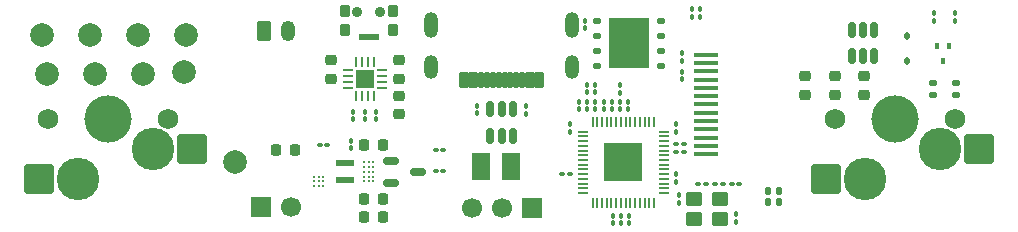
<source format=gbr>
%TF.GenerationSoftware,KiCad,Pcbnew,9.0.3*%
%TF.CreationDate,2025-07-16T18:33:31-04:00*%
%TF.ProjectId,board,626f6172-642e-46b6-9963-61645f706362,rev?*%
%TF.SameCoordinates,Original*%
%TF.FileFunction,Soldermask,Bot*%
%TF.FilePolarity,Negative*%
%FSLAX46Y46*%
G04 Gerber Fmt 4.6, Leading zero omitted, Abs format (unit mm)*
G04 Created by KiCad (PCBNEW 9.0.3) date 2025-07-16 18:33:31*
%MOMM*%
%LPD*%
G01*
G04 APERTURE LIST*
G04 Aperture macros list*
%AMRoundRect*
0 Rectangle with rounded corners*
0 $1 Rounding radius*
0 $2 $3 $4 $5 $6 $7 $8 $9 X,Y pos of 4 corners*
0 Add a 4 corners polygon primitive as box body*
4,1,4,$2,$3,$4,$5,$6,$7,$8,$9,$2,$3,0*
0 Add four circle primitives for the rounded corners*
1,1,$1+$1,$2,$3*
1,1,$1+$1,$4,$5*
1,1,$1+$1,$6,$7*
1,1,$1+$1,$8,$9*
0 Add four rect primitives between the rounded corners*
20,1,$1+$1,$2,$3,$4,$5,0*
20,1,$1+$1,$4,$5,$6,$7,0*
20,1,$1+$1,$6,$7,$8,$9,0*
20,1,$1+$1,$8,$9,$2,$3,0*%
G04 Aperture macros list end*
%ADD10C,0.000000*%
%ADD11RoundRect,0.100000X0.100000X-0.130000X0.100000X0.130000X-0.100000X0.130000X-0.100000X-0.130000X0*%
%ADD12RoundRect,0.225000X0.250000X-0.225000X0.250000X0.225000X-0.250000X0.225000X-0.250000X-0.225000X0*%
%ADD13C,2.000000*%
%ADD14RoundRect,0.100000X-0.100000X0.130000X-0.100000X-0.130000X0.100000X-0.130000X0.100000X0.130000X0*%
%ADD15RoundRect,0.225000X-0.250000X0.225000X-0.250000X-0.225000X0.250000X-0.225000X0.250000X0.225000X0*%
%ADD16R,1.600000X1.600000*%
%ADD17RoundRect,0.062500X-0.062500X-0.375000X0.062500X-0.375000X0.062500X0.375000X-0.062500X0.375000X0*%
%ADD18RoundRect,0.062500X-0.375000X-0.062500X0.375000X-0.062500X0.375000X0.062500X-0.375000X0.062500X0*%
%ADD19RoundRect,0.250000X-0.350000X-0.625000X0.350000X-0.625000X0.350000X0.625000X-0.350000X0.625000X0*%
%ADD20O,1.200000X1.750000*%
%ADD21RoundRect,0.112500X-0.112500X0.187500X-0.112500X-0.187500X0.112500X-0.187500X0.112500X0.187500X0*%
%ADD22RoundRect,0.225000X-0.225000X-0.250000X0.225000X-0.250000X0.225000X0.250000X-0.225000X0.250000X0*%
%ADD23RoundRect,0.150000X-0.512500X-0.150000X0.512500X-0.150000X0.512500X0.150000X-0.512500X0.150000X0*%
%ADD24C,0.210000*%
%ADD25RoundRect,0.137500X-0.662500X0.137500X-0.662500X-0.137500X0.662500X-0.137500X0.662500X0.137500X0*%
%ADD26RoundRect,0.250000X0.450000X0.350000X-0.450000X0.350000X-0.450000X-0.350000X0.450000X-0.350000X0*%
%ADD27RoundRect,0.100000X-0.130000X-0.100000X0.130000X-0.100000X0.130000X0.100000X-0.130000X0.100000X0*%
%ADD28R,2.000000X0.350000*%
%ADD29R,3.200000X3.200000*%
%ADD30RoundRect,0.050000X0.050000X0.387500X-0.050000X0.387500X-0.050000X-0.387500X0.050000X-0.387500X0*%
%ADD31RoundRect,0.050000X0.387500X0.050000X-0.387500X0.050000X-0.387500X-0.050000X0.387500X-0.050000X0*%
%ADD32RoundRect,0.100000X0.130000X0.100000X-0.130000X0.100000X-0.130000X-0.100000X0.130000X-0.100000X0*%
%ADD33R,1.700000X1.700000*%
%ADD34C,1.700000*%
%ADD35RoundRect,0.150000X0.150000X-0.512500X0.150000X0.512500X-0.150000X0.512500X-0.150000X-0.512500X0*%
%ADD36RoundRect,0.102000X-0.300000X-0.550000X0.300000X-0.550000X0.300000X0.550000X-0.300000X0.550000X0*%
%ADD37RoundRect,0.102000X-0.150000X-0.550000X0.150000X-0.550000X0.150000X0.550000X-0.150000X0.550000X0*%
%ADD38O,1.204000X2.004000*%
%ADD39O,1.204000X2.204000*%
%ADD40RoundRect,0.100000X0.100000X-0.155000X0.100000X0.155000X-0.100000X0.155000X-0.100000X-0.155000X0*%
%ADD41RoundRect,0.082500X-0.767500X-0.192500X0.767500X-0.192500X0.767500X0.192500X-0.767500X0.192500X0*%
%ADD42RoundRect,0.135000X-0.315000X-0.365000X0.315000X-0.365000X0.315000X0.365000X-0.315000X0.365000X0*%
%ADD43C,0.900000*%
%ADD44C,3.600000*%
%ADD45RoundRect,0.250000X1.025000X1.000000X-1.025000X1.000000X-1.025000X-1.000000X1.025000X-1.000000X0*%
%ADD46C,4.000000*%
%ADD47C,1.750000*%
%ADD48RoundRect,0.135000X-0.185000X0.135000X-0.185000X-0.135000X0.185000X-0.135000X0.185000X0.135000X0*%
%ADD49RoundRect,0.140000X-0.140000X-0.170000X0.140000X-0.170000X0.140000X0.170000X-0.140000X0.170000X0*%
%ADD50RoundRect,0.218750X-0.256250X0.218750X-0.256250X-0.218750X0.256250X-0.218750X0.256250X0.218750X0*%
%ADD51RoundRect,0.150000X-0.150000X0.512500X-0.150000X-0.512500X0.150000X-0.512500X0.150000X0.512500X0*%
%ADD52R,1.500000X1.000000*%
%ADD53RoundRect,0.225000X0.225000X0.250000X-0.225000X0.250000X-0.225000X-0.250000X0.225000X-0.250000X0*%
%ADD54C,0.270000*%
%ADD55RoundRect,0.125000X0.250000X0.125000X-0.250000X0.125000X-0.250000X-0.125000X0.250000X-0.125000X0*%
%ADD56R,3.400000X4.300000*%
G04 APERTURE END LIST*
D10*
%TO.C,JP2*%
G36*
X62000000Y-33900000D02*
G01*
X60500000Y-33900000D01*
X60500000Y-33600000D01*
X62000000Y-33600000D01*
X62000000Y-33900000D01*
G37*
%TO.C,JP1*%
G36*
X64550000Y-33900001D02*
G01*
X63050000Y-33900001D01*
X63050000Y-33600001D01*
X64550000Y-33600001D01*
X64550000Y-33900001D01*
G37*
%TD*%
D11*
%TO.C,C18*%
X52400000Y-29125000D03*
X52400000Y-29765000D03*
%TD*%
D12*
%TO.C,C21*%
X48575001Y-24774999D03*
X48575001Y-26324999D03*
%TD*%
%TO.C,C17*%
X54337501Y-29325004D03*
X54337501Y-27775004D03*
%TD*%
D11*
%TO.C,R10*%
X51437500Y-29769999D03*
X51437500Y-29129999D03*
%TD*%
D13*
%TO.C,TP5*%
X32600000Y-25900000D03*
%TD*%
%TO.C,TP2*%
X24500000Y-25900000D03*
%TD*%
D14*
%TO.C,R11*%
X50437502Y-29129999D03*
X50437502Y-29769999D03*
%TD*%
D13*
%TO.C,TP4*%
X36250000Y-22600000D03*
%TD*%
D15*
%TO.C,C20*%
X54337504Y-24774999D03*
X54337504Y-26324999D03*
%TD*%
D13*
%TO.C,TP3*%
X28150000Y-22600000D03*
%TD*%
D16*
%TO.C,U4*%
X51437500Y-26350000D03*
D17*
X50687500Y-27787500D03*
X51187500Y-27787500D03*
X51687500Y-27787500D03*
X52187500Y-27787500D03*
D18*
X52875000Y-27100000D03*
X52875000Y-26600000D03*
X52875000Y-26100000D03*
X52875000Y-25600000D03*
D17*
X52187500Y-24912500D03*
X51687500Y-24912500D03*
X51187500Y-24912500D03*
X50687500Y-24912500D03*
D18*
X50000000Y-25600000D03*
X50000000Y-26100000D03*
X50000000Y-26600000D03*
X50000000Y-27100000D03*
%TD*%
D19*
%TO.C,J2*%
X42900001Y-22250000D03*
D20*
X44900002Y-22250000D03*
%TD*%
D21*
%TO.C,D1*%
X97295001Y-24800000D03*
X97295001Y-22700000D03*
%TD*%
D13*
%TO.C,TP9*%
X40400000Y-33400000D03*
%TD*%
D22*
%TO.C,C29*%
X51387499Y-36500000D03*
X52937499Y-36500000D03*
%TD*%
%TO.C,C27*%
X51387500Y-31899999D03*
X52937500Y-31899999D03*
%TD*%
D23*
%TO.C,U5*%
X53662500Y-35149999D03*
X53662500Y-33250001D03*
X55937500Y-34200000D03*
%TD*%
D24*
%TO.C,U6*%
X52137501Y-33400000D03*
X51737501Y-33400001D03*
X51337501Y-33400000D03*
X52137501Y-33800000D03*
X51737501Y-33800000D03*
X51337501Y-33800000D03*
X52137501Y-34200000D03*
X51737501Y-34200000D03*
X51337501Y-34200000D03*
X52137501Y-34600000D03*
X51737501Y-34600000D03*
X51337501Y-34600000D03*
X52137501Y-35000000D03*
X51737501Y-34999999D03*
X51337501Y-35000000D03*
%TD*%
D22*
%TO.C,C30*%
X51387500Y-38000000D03*
X52937500Y-38000000D03*
%TD*%
D11*
%TO.C,C28*%
X50262500Y-32219999D03*
X50262500Y-31579999D03*
%TD*%
D25*
%TO.C,L1*%
X49737500Y-33475001D03*
X49737500Y-34924999D03*
%TD*%
D26*
%TO.C,Y1*%
X81530000Y-36530000D03*
X79330000Y-36530000D03*
X79330000Y-38230000D03*
X81530000Y-38230000D03*
%TD*%
D27*
%TO.C,C25*%
X79625000Y-35200000D03*
X80265000Y-35200000D03*
%TD*%
D14*
%TO.C,R12*%
X78300000Y-24180000D03*
X78300000Y-24820000D03*
%TD*%
D27*
%TO.C,C23*%
X81100000Y-35200000D03*
X81740000Y-35200000D03*
%TD*%
D28*
%TO.C,DS1*%
X80300000Y-24300000D03*
X80300000Y-25000000D03*
X80300000Y-25700000D03*
X80300000Y-26400000D03*
X80300000Y-27100000D03*
X80300000Y-27800000D03*
X80300000Y-28500000D03*
X80300000Y-29200000D03*
X80300000Y-29900000D03*
X80300000Y-30600000D03*
X80300000Y-31300000D03*
X80300000Y-32000000D03*
X80300000Y-32700000D03*
%TD*%
D11*
%TO.C,C3*%
X70230000Y-27485000D03*
X70230000Y-26845000D03*
%TD*%
%TO.C,C6*%
X68820000Y-30160000D03*
X68820000Y-30800000D03*
%TD*%
%TO.C,C12*%
X70930762Y-28890000D03*
X70930762Y-28250000D03*
%TD*%
D14*
%TO.C,C11*%
X70930000Y-26845000D03*
X70930000Y-27485000D03*
%TD*%
%TO.C,C2*%
X73100000Y-37910000D03*
X73100000Y-38550000D03*
%TD*%
D11*
%TO.C,R6*%
X72330761Y-28890002D03*
X72330761Y-28250002D03*
%TD*%
D14*
%TO.C,C7*%
X77800000Y-35065000D03*
X77800000Y-34425000D03*
%TD*%
%TO.C,R7*%
X71630763Y-28250000D03*
X71630763Y-28890000D03*
%TD*%
D11*
%TO.C,C13*%
X73730000Y-28890000D03*
X73730000Y-28250000D03*
%TD*%
D29*
%TO.C,U2*%
X73300000Y-33400000D03*
D30*
X75900000Y-29962500D03*
X75499999Y-29962500D03*
X75100000Y-29962500D03*
X74700000Y-29962500D03*
X74300000Y-29962500D03*
X73900001Y-29962500D03*
X73500000Y-29962500D03*
X73100000Y-29962500D03*
X72699999Y-29962500D03*
X72300000Y-29962500D03*
X71900000Y-29962500D03*
X71500000Y-29962500D03*
X71100001Y-29962500D03*
X70700000Y-29962500D03*
D31*
X69862500Y-30800000D03*
X69862500Y-31200001D03*
X69862500Y-31600000D03*
X69862500Y-32000000D03*
X69862500Y-32400000D03*
X69862500Y-32799999D03*
X69862500Y-33200000D03*
X69862500Y-33600000D03*
X69862500Y-34000001D03*
X69862500Y-34400000D03*
X69862500Y-34800000D03*
X69862500Y-35200000D03*
X69862500Y-35599999D03*
X69862500Y-36000000D03*
D30*
X70700000Y-36837500D03*
X71100001Y-36837500D03*
X71500000Y-36837500D03*
X71900000Y-36837500D03*
X72300000Y-36837500D03*
X72699999Y-36837500D03*
X73100000Y-36837500D03*
X73500000Y-36837500D03*
X73900001Y-36837500D03*
X74300000Y-36837500D03*
X74700000Y-36837500D03*
X75100000Y-36837500D03*
X75499999Y-36837500D03*
X75900000Y-36837500D03*
D31*
X76737500Y-36000000D03*
X76737500Y-35599999D03*
X76737500Y-35200000D03*
X76737500Y-34800000D03*
X76737500Y-34400000D03*
X76737500Y-34000001D03*
X76737500Y-33600000D03*
X76737500Y-33200000D03*
X76737500Y-32799999D03*
X76737500Y-32400000D03*
X76737500Y-32000000D03*
X76737500Y-31600000D03*
X76737500Y-31200001D03*
X76737500Y-30800000D03*
%TD*%
D14*
%TO.C,C10*%
X69530000Y-28250000D03*
X69530000Y-28890000D03*
%TD*%
D11*
%TO.C,C9*%
X73030762Y-28890000D03*
X73030762Y-28250000D03*
%TD*%
D14*
%TO.C,C14*%
X72400001Y-37910002D03*
X72400001Y-38550002D03*
%TD*%
D11*
%TO.C,C8*%
X70230000Y-28890000D03*
X70230000Y-28250000D03*
%TD*%
D32*
%TO.C,C4*%
X68150000Y-34400000D03*
X68790000Y-34400000D03*
%TD*%
D11*
%TO.C,C5*%
X77780000Y-30160000D03*
X77780000Y-30800000D03*
%TD*%
%TO.C,C1*%
X73030000Y-26850000D03*
X73030000Y-27490000D03*
%TD*%
D33*
%TO.C,J4*%
X42625000Y-37200000D03*
D34*
X45165000Y-37200000D03*
%TD*%
D35*
%TO.C,U1*%
X63949999Y-31137500D03*
X63000000Y-31137500D03*
X62050001Y-31137500D03*
X62050001Y-28862500D03*
X63000000Y-28862500D03*
X63949999Y-28862500D03*
%TD*%
D11*
%TO.C,R3*%
X60929999Y-29260000D03*
X60929999Y-28620000D03*
%TD*%
D14*
%TO.C,R2*%
X65079999Y-28630000D03*
X65079999Y-29270000D03*
%TD*%
%TO.C,R1*%
X73800000Y-37910000D03*
X73800000Y-38550000D03*
%TD*%
D36*
%TO.C,J1*%
X59800000Y-26450000D03*
X60600000Y-26450000D03*
D37*
X61750000Y-26450000D03*
X62750000Y-26450000D03*
X63250000Y-26450000D03*
X64250000Y-26450000D03*
D36*
X66200000Y-26450000D03*
X65400000Y-26450000D03*
D37*
X64750000Y-26450000D03*
X63750000Y-26450000D03*
X62250000Y-26450000D03*
X61250000Y-26450000D03*
D38*
X57050000Y-25300000D03*
X68950000Y-25300000D03*
D39*
X57050000Y-21800000D03*
X68950000Y-21800000D03*
%TD*%
D40*
%TO.C,Q1*%
X100345000Y-24845000D03*
X100845000Y-23555001D03*
X99845000Y-23555001D03*
%TD*%
D41*
%TO.C,SW3*%
X51750001Y-22825000D03*
D42*
X53800000Y-20600000D03*
X49700002Y-20600000D03*
X53800000Y-22200000D03*
X49700002Y-22200000D03*
D43*
X52725001Y-20650000D03*
X50775001Y-20650000D03*
%TD*%
D11*
%TO.C,C15*%
X78000000Y-36180000D03*
X78000000Y-36820000D03*
%TD*%
D14*
%TO.C,C16*%
X82880000Y-38415000D03*
X82880000Y-37775000D03*
%TD*%
D44*
%TO.C,SW1*%
X33510000Y-32240000D03*
X27160000Y-34780000D03*
D45*
X36785000Y-32240000D03*
X23858000Y-34780000D03*
D46*
X29700000Y-29700000D03*
D47*
X34780000Y-29700000D03*
X24620000Y-29700000D03*
%TD*%
%TO.C,SW2*%
X91220000Y-29700000D03*
X101380000Y-29700000D03*
D46*
X96300000Y-29700000D03*
D45*
X90458000Y-34780000D03*
X103385000Y-32240000D03*
D44*
X93760000Y-34780000D03*
X100110000Y-32240000D03*
%TD*%
D48*
%TO.C,R14*%
X99500000Y-27709999D03*
X99500000Y-26690001D03*
%TD*%
D49*
%TO.C,C22*%
X86480000Y-36720000D03*
X85520000Y-36720000D03*
%TD*%
D48*
%TO.C,R15*%
X101490000Y-27709999D03*
X101490000Y-26690001D03*
%TD*%
D50*
%TO.C,L2*%
X93720000Y-27687501D03*
X93720000Y-26112499D03*
%TD*%
D15*
%TO.C,C35*%
X91210000Y-27675000D03*
X91210000Y-26125000D03*
%TD*%
D14*
%TO.C,R19*%
X101394999Y-21400000D03*
X101394999Y-20760000D03*
%TD*%
%TO.C,C32*%
X99645000Y-21399999D03*
X99645000Y-20759999D03*
%TD*%
D15*
%TO.C,C31*%
X88700000Y-27675000D03*
X88700000Y-26125000D03*
%TD*%
D51*
%TO.C,U7*%
X92650001Y-24437500D03*
X93600000Y-24437500D03*
X94549999Y-24437500D03*
X94549999Y-22162500D03*
X93600000Y-22162500D03*
X92650001Y-22162500D03*
%TD*%
D27*
%TO.C,C24*%
X83140000Y-35200000D03*
X82500000Y-35200000D03*
%TD*%
D52*
%TO.C,JP2*%
X61250000Y-34399999D03*
X61250000Y-33100001D03*
%TD*%
D13*
%TO.C,TP7*%
X36100000Y-25750000D03*
%TD*%
D27*
%TO.C,R5*%
X78445000Y-32550000D03*
X77805000Y-32550000D03*
%TD*%
D14*
%TO.C,R8*%
X79800000Y-21075000D03*
X79800000Y-20435000D03*
%TD*%
D32*
%TO.C,R16*%
X58075000Y-34100000D03*
X57435000Y-34100000D03*
%TD*%
%TO.C,R17*%
X58075000Y-32350000D03*
X57435000Y-32350000D03*
%TD*%
%TO.C,C34*%
X48250000Y-31940000D03*
X47610000Y-31940000D03*
%TD*%
D53*
%TO.C,C33*%
X45475000Y-32320000D03*
X43925000Y-32320000D03*
%TD*%
D54*
%TO.C,U8*%
X47900000Y-34600000D03*
X47500000Y-34600000D03*
X47100000Y-34600000D03*
X47900000Y-35000000D03*
X47500000Y-35000000D03*
X47100000Y-35000000D03*
X47900000Y-35400000D03*
X47500000Y-35400000D03*
X47100000Y-35400000D03*
%TD*%
D13*
%TO.C,TP6*%
X28550000Y-25900000D03*
%TD*%
D14*
%TO.C,C19*%
X70100000Y-21425000D03*
X70100000Y-22065000D03*
%TD*%
D32*
%TO.C,R4*%
X77805000Y-31850000D03*
X78445000Y-31850000D03*
%TD*%
D14*
%TO.C,R9*%
X79100000Y-21075000D03*
X79100000Y-20435000D03*
%TD*%
D13*
%TO.C,TP1*%
X24100000Y-22600000D03*
%TD*%
%TO.C,TP8*%
X32200000Y-22600000D03*
%TD*%
D52*
%TO.C,JP1*%
X63800000Y-34400000D03*
X63800000Y-33100002D03*
%TD*%
D34*
%TO.C,J3*%
X60460001Y-37300000D03*
X63000000Y-37300000D03*
D33*
X65540000Y-37300000D03*
%TD*%
D55*
%TO.C,U3*%
X76500000Y-21410000D03*
X76500000Y-22680000D03*
X76500000Y-23950000D03*
X76500000Y-25220000D03*
X71100000Y-25220000D03*
X71100000Y-23950000D03*
X71100000Y-22680000D03*
X71100000Y-21410000D03*
D56*
X73800000Y-23315000D03*
%TD*%
D14*
%TO.C,R13*%
X78300000Y-26375000D03*
X78300000Y-25735000D03*
%TD*%
D49*
%TO.C,C26*%
X86480000Y-35800000D03*
X85520000Y-35800000D03*
%TD*%
M02*

</source>
